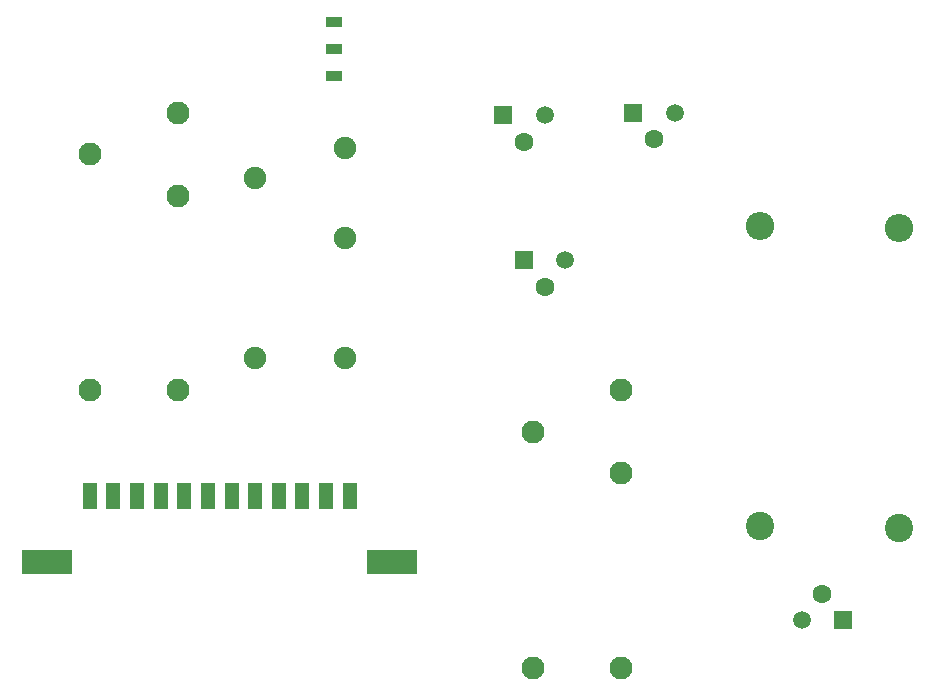
<source format=gbr>
%TF.GenerationSoftware,KiCad,Pcbnew,(6.0.2)*%
%TF.CreationDate,2022-07-14T16:33:34+09:00*%
%TF.ProjectId,Junction,4a756e63-7469-46f6-9e2e-6b696361645f,rev?*%
%TF.SameCoordinates,Original*%
%TF.FileFunction,Soldermask,Top*%
%TF.FilePolarity,Negative*%
%FSLAX46Y46*%
G04 Gerber Fmt 4.6, Leading zero omitted, Abs format (unit mm)*
G04 Created by KiCad (PCBNEW (6.0.2)) date 2022-07-14 16:33:34*
%MOMM*%
%LPD*%
G01*
G04 APERTURE LIST*
%ADD10C,2.400000*%
%ADD11O,2.400000X2.400000*%
%ADD12C,1.600000*%
%ADD13R,1.520000X1.520000*%
%ADD14C,1.520000*%
%ADD15C,1.905000*%
%ADD16C,1.950000*%
%ADD17R,1.473200X0.889000*%
%ADD18R,4.241800X2.057400*%
%ADD19R,1.244600X2.260600*%
G04 APERTURE END LIST*
D10*
%TO.C,TSMP-*%
X205500000Y-103950000D03*
D11*
X205500000Y-78550000D03*
%TD*%
D12*
%TO.C,J5*%
X199000004Y-109515001D03*
D13*
X200750000Y-111745001D03*
D14*
X197249999Y-111745001D03*
%TD*%
D12*
%TO.C,J4*%
X184749996Y-70985000D03*
D13*
X183000000Y-68755000D03*
D14*
X186500001Y-68755000D03*
%TD*%
D10*
%TO.C,TSMP+*%
X193750000Y-103750000D03*
D11*
X193750000Y-78350000D03*
%TD*%
D15*
%TO.C,U6*%
X158562250Y-89511300D03*
X158562250Y-79351300D03*
X158562250Y-71731300D03*
X150942250Y-74271300D03*
X150942250Y-89511300D03*
%TD*%
D12*
%TO.C,J2*%
X173749996Y-71230000D03*
D13*
X172000000Y-69000000D03*
D14*
X175500001Y-69000000D03*
%TD*%
D16*
%TO.C,RELAY_DISCHARGE1*%
X182000000Y-115775000D03*
X182000000Y-99275000D03*
X182000000Y-92275000D03*
X174500000Y-95775000D03*
X174500000Y-115775000D03*
%TD*%
D17*
%TO.C,U1*%
X157645100Y-61083000D03*
X157645100Y-63373000D03*
X157645100Y-65663000D03*
%TD*%
D18*
%TO.C,J1*%
X133396000Y-106809800D03*
X162596000Y-106809800D03*
D19*
X136996000Y-101229800D03*
X138996000Y-101229800D03*
X140996000Y-101229800D03*
X142996000Y-101229800D03*
X144996000Y-101229800D03*
X146996000Y-101229800D03*
X148996000Y-101229800D03*
X150996000Y-101229800D03*
X152996000Y-101229800D03*
X154996000Y-101229800D03*
X156996000Y-101229800D03*
X158996000Y-101229800D03*
%TD*%
D12*
%TO.C,J3*%
X175499996Y-83505001D03*
D13*
X173750000Y-81275001D03*
D14*
X177250001Y-81275001D03*
%TD*%
D16*
%TO.C,Fan Relay*%
X144496000Y-92284000D03*
X144496000Y-75784000D03*
X144496000Y-68784000D03*
X136996000Y-72284000D03*
X136996000Y-92284000D03*
%TD*%
M02*

</source>
